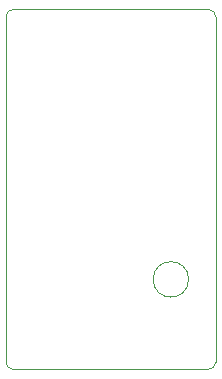
<source format=gbr>
%TF.GenerationSoftware,KiCad,Pcbnew,5.1.5+dfsg1-2~bpo10+1*%
%TF.CreationDate,Date%
%TF.ProjectId,ProMicro_LOG,50726f4d-6963-4726-9f5f-4c4f472e6b69,v1.1*%
%TF.SameCoordinates,Original*%
%TF.FileFunction,Other,User*%
%FSLAX45Y45*%
G04 Gerber Fmt 4.5, Leading zero omitted, Abs format (unit mm)*
G04 Created by KiCad*
%MOMM*%
%LPD*%
G04 APERTURE LIST*
%ADD10C,0.100000*%
%ADD11C,0.050000*%
G04 APERTURE END LIST*
D10*
X-1587500Y2921000D02*
G75*
G03X-1651000Y2857500I0J-63500D01*
G01*
X127000Y2857500D02*
G75*
G03X63500Y2921000I-63500J0D01*
G01*
X63500Y-127000D02*
G75*
G03X127000Y-63500I0J63500D01*
G01*
X-1651000Y-63500D02*
G75*
G03X-1587500Y-127000I63500J0D01*
G01*
X-1651000Y2857500D02*
X-1651000Y-63500D01*
X63500Y2921000D02*
X-1587500Y2921000D01*
X127000Y-63500D02*
X127000Y2857500D01*
X-1587500Y-127000D02*
X63500Y-127000D01*
D11*
X-104000Y635000D02*
G75*
G03X-104000Y635000I-150000J0D01*
G01*
M02*

</source>
